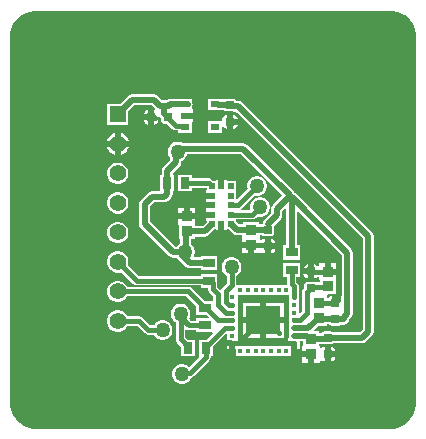
<source format=gtl>
G04*
G04 #@! TF.GenerationSoftware,Altium Limited,Altium Designer,25.8.1 (18)*
G04*
G04 Layer_Physical_Order=1*
G04 Layer_Color=255*
%FSLAX25Y25*%
%MOIN*%
G70*
G04*
G04 #@! TF.SameCoordinates,43C0CF26-5D00-403A-8535-6070E817F6AF*
G04*
G04*
G04 #@! TF.FilePolarity,Positive*
G04*
G01*
G75*
%ADD16R,0.03150X0.02362*%
%ADD17R,0.01800X0.01400*%
%ADD18R,0.01968X0.01968*%
%ADD19R,0.03740X0.03740*%
G04:AMPARAMS|DCode=20|XSize=29.92mil|YSize=26mil|CornerRadius=3.25mil|HoleSize=0mil|Usage=FLASHONLY|Rotation=0.000|XOffset=0mil|YOffset=0mil|HoleType=Round|Shape=RoundedRectangle|*
%AMROUNDEDRECTD20*
21,1,0.02992,0.01950,0,0,0.0*
21,1,0.02342,0.02600,0,0,0.0*
1,1,0.00650,0.01171,-0.00975*
1,1,0.00650,-0.01171,-0.00975*
1,1,0.00650,-0.01171,0.00975*
1,1,0.00650,0.01171,0.00975*
%
%ADD20ROUNDEDRECTD20*%
G04:AMPARAMS|DCode=21|XSize=29.92mil|YSize=26mil|CornerRadius=3.25mil|HoleSize=0mil|Usage=FLASHONLY|Rotation=270.000|XOffset=0mil|YOffset=0mil|HoleType=Round|Shape=RoundedRectangle|*
%AMROUNDEDRECTD21*
21,1,0.02992,0.01950,0,0,270.0*
21,1,0.02342,0.02600,0,0,270.0*
1,1,0.00650,-0.00975,-0.01171*
1,1,0.00650,-0.00975,0.01171*
1,1,0.00650,0.00975,0.01171*
1,1,0.00650,0.00975,-0.01171*
%
%ADD21ROUNDEDRECTD21*%
%ADD22R,0.03150X0.03937*%
%ADD23R,0.03937X0.03150*%
%ADD24R,0.01400X0.01800*%
%ADD28R,0.11800X0.09800*%
%ADD33C,0.05512*%
%ADD34R,0.05512X0.05512*%
%ADD37C,0.02000*%
%ADD38C,0.01500*%
%ADD39C,0.05000*%
%ADD40C,0.20000*%
G36*
X234861Y309190D02*
X236462Y308527D01*
X237902Y307564D01*
X239127Y306339D01*
X240090Y304899D01*
X240753Y303298D01*
X241091Y301599D01*
Y300732D01*
Y179000D01*
Y178134D01*
X240753Y176434D01*
X240090Y174834D01*
X239127Y173393D01*
X237902Y172168D01*
X236462Y171205D01*
X234861Y170542D01*
X233162Y170204D01*
X113634D01*
X111934Y170542D01*
X110334Y171205D01*
X108893Y172168D01*
X107668Y173393D01*
X106705Y174834D01*
X106042Y176434D01*
X105704Y178134D01*
Y179000D01*
Y300732D01*
Y301599D01*
X106042Y303298D01*
X106705Y304899D01*
X107668Y306339D01*
X108893Y307564D01*
X110334Y308527D01*
X111934Y309190D01*
X113634Y309528D01*
X233162D01*
X234861Y309190D01*
D02*
G37*
%LPC*%
G36*
X153696Y281578D02*
X153696Y281578D01*
X146390D01*
X145692Y281440D01*
X145101Y281045D01*
X145101Y281045D01*
X142549Y278492D01*
X138039D01*
Y271406D01*
X145126D01*
Y275915D01*
X147145Y277934D01*
X152941D01*
X154065Y276810D01*
X153892Y276488D01*
X153744Y276517D01*
Y274000D01*
Y271483D01*
X154236Y271581D01*
X154674Y271874D01*
X154967Y272312D01*
X155070Y272829D01*
Y274393D01*
X155391Y274458D01*
X155420Y274451D01*
X155808Y273871D01*
X155967Y273711D01*
X156147Y273591D01*
Y272829D01*
X156233Y272395D01*
X156479Y272027D01*
X156847Y271781D01*
X157281Y271695D01*
X158148D01*
X159760Y270082D01*
X160269Y269743D01*
X160869Y269623D01*
X161618D01*
Y268791D01*
X166342D01*
Y272319D01*
X166555D01*
Y273500D01*
X163980D01*
Y275500D01*
X166555D01*
Y276681D01*
X166342D01*
Y277512D01*
X166428Y277640D01*
X166548Y278240D01*
X166428Y278840D01*
X166342Y278969D01*
Y280209D01*
X161618D01*
Y280063D01*
X158981D01*
X158981Y280063D01*
X158284Y279924D01*
X157902Y279668D01*
X156361D01*
X154985Y281045D01*
X154393Y281440D01*
X153696Y281578D01*
D02*
G37*
G36*
X151744Y276517D02*
X151252Y276419D01*
X150814Y276126D01*
X150521Y275688D01*
X150418Y275171D01*
Y275000D01*
X151744D01*
Y276517D01*
D02*
G37*
G36*
X180171Y274826D02*
X180000D01*
Y273500D01*
X181517D01*
X181419Y273992D01*
X181126Y274430D01*
X180688Y274723D01*
X180171Y274826D01*
D02*
G37*
G36*
X151744Y273000D02*
X150418D01*
Y272829D01*
X150521Y272312D01*
X150814Y271874D01*
X151252Y271581D01*
X151744Y271483D01*
Y273000D01*
D02*
G37*
G36*
X181517Y271500D02*
X180000D01*
Y270174D01*
X180171D01*
X180688Y270277D01*
X181126Y270570D01*
X181419Y271008D01*
X181517Y271500D01*
D02*
G37*
G36*
X178000Y274826D02*
X177829D01*
X177312Y274723D01*
X176874Y274430D01*
X176581Y273992D01*
X176478Y273475D01*
Y273039D01*
X176382Y272728D01*
X176128Y272728D01*
X171658D01*
Y268791D01*
X176382D01*
Y270676D01*
X176732Y270782D01*
X176874Y270570D01*
X177312Y270277D01*
X177829Y270174D01*
X178000D01*
Y272500D01*
Y274826D01*
D02*
G37*
G36*
X142583Y268727D02*
Y266106D01*
X145203D01*
X145083Y266556D01*
X144588Y267412D01*
X143889Y268112D01*
X143032Y268606D01*
X142583Y268727D01*
D02*
G37*
G36*
X140583D02*
X140133Y268606D01*
X139277Y268112D01*
X138577Y267412D01*
X138083Y266556D01*
X137962Y266106D01*
X140583D01*
Y268727D01*
D02*
G37*
G36*
X145203Y264106D02*
X142583D01*
Y261486D01*
X143032Y261606D01*
X143889Y262101D01*
X144588Y262800D01*
X145083Y263657D01*
X145203Y264106D01*
D02*
G37*
G36*
X140583D02*
X137962D01*
X138083Y263657D01*
X138577Y262800D01*
X139277Y262101D01*
X140133Y261606D01*
X140583Y261486D01*
Y264106D01*
D02*
G37*
G36*
X142049Y258807D02*
X141116D01*
X140215Y258566D01*
X139407Y258099D01*
X138747Y257439D01*
X138281Y256631D01*
X138039Y255730D01*
Y254797D01*
X138281Y253896D01*
X138747Y253088D01*
X139407Y252428D01*
X140215Y251962D01*
X141116Y251720D01*
X142049D01*
X142950Y251962D01*
X143758Y252428D01*
X144418Y253088D01*
X144885Y253896D01*
X145126Y254797D01*
Y255730D01*
X144885Y256631D01*
X144418Y257439D01*
X143758Y258099D01*
X142950Y258566D01*
X142049Y258807D01*
D02*
G37*
G36*
Y248965D02*
X141116D01*
X140215Y248723D01*
X139407Y248257D01*
X138747Y247597D01*
X138281Y246789D01*
X138039Y245888D01*
Y244955D01*
X138281Y244054D01*
X138747Y243246D01*
X139407Y242586D01*
X140215Y242119D01*
X141116Y241878D01*
X142049D01*
X142950Y242119D01*
X143758Y242586D01*
X144418Y243246D01*
X144885Y244054D01*
X145126Y244955D01*
Y245888D01*
X144885Y246789D01*
X144418Y247597D01*
X143758Y248257D01*
X142950Y248723D01*
X142049Y248965D01*
D02*
G37*
G36*
Y239122D02*
X141116D01*
X140215Y238881D01*
X139407Y238414D01*
X138747Y237754D01*
X138281Y236946D01*
X138039Y236045D01*
Y235112D01*
X138281Y234211D01*
X138747Y233403D01*
X139407Y232743D01*
X140215Y232277D01*
X141116Y232035D01*
X142049D01*
X142950Y232277D01*
X143758Y232743D01*
X144418Y233403D01*
X144885Y234211D01*
X145126Y235112D01*
Y236045D01*
X144885Y236946D01*
X144418Y237754D01*
X143758Y238414D01*
X142950Y238881D01*
X142049Y239122D01*
D02*
G37*
G36*
X192671Y233326D02*
X192500D01*
Y232000D01*
X194017D01*
X193919Y232492D01*
X193626Y232930D01*
X193188Y233223D01*
X192671Y233326D01*
D02*
G37*
G36*
X194017Y230000D02*
X192500D01*
Y228674D01*
X192671D01*
X193188Y228777D01*
X193626Y229070D01*
X193919Y229508D01*
X194017Y230000D01*
D02*
G37*
G36*
X185000Y230500D02*
X183130D01*
Y228630D01*
X185000D01*
Y230500D01*
D02*
G37*
G36*
X205000Y224917D02*
X204829D01*
X204312Y224814D01*
X203874Y224521D01*
X203581Y224082D01*
X203483Y223591D01*
X205000D01*
Y224917D01*
D02*
G37*
G36*
X214370Y225370D02*
X212500D01*
Y223500D01*
X214370D01*
Y225370D01*
D02*
G37*
G36*
X205000Y221591D02*
X203483D01*
X203581Y221099D01*
X203874Y220660D01*
X204312Y220367D01*
X204829Y220265D01*
X205000D01*
Y221591D01*
D02*
G37*
G36*
X176382Y280209D02*
X171658D01*
Y276272D01*
X176382D01*
Y276304D01*
X176981D01*
X177027Y276235D01*
X177395Y275989D01*
X177829Y275903D01*
X179345D01*
X179412Y275889D01*
X179623D01*
X180184Y275778D01*
X180184Y275778D01*
X181022D01*
X223178Y233622D01*
Y203255D01*
X222257Y202334D01*
X213405D01*
X213105Y202535D01*
X212671Y202621D01*
X210329D01*
X209895Y202535D01*
X209527Y202289D01*
X209360Y202039D01*
X208658D01*
Y202579D01*
X207035D01*
X206901Y202902D01*
X208420Y204421D01*
X211157D01*
Y205006D01*
X211890D01*
X212027Y204802D01*
X212395Y204556D01*
X212829Y204470D01*
X215171D01*
X215605Y204556D01*
X215905Y204756D01*
X216846D01*
X217544Y204895D01*
X218135Y205290D01*
X218530Y205881D01*
X218669Y206579D01*
Y206591D01*
X219289Y207211D01*
X219289Y207211D01*
X219684Y207803D01*
X219822Y208500D01*
Y228884D01*
X219822Y228884D01*
X219684Y229581D01*
X219289Y230172D01*
X219289Y230172D01*
X200832Y248629D01*
X200471Y248870D01*
X200231Y249231D01*
X184672Y264789D01*
X184081Y265184D01*
X183384Y265322D01*
X183384Y265322D01*
X163312D01*
X163218Y265304D01*
X162769Y265563D01*
X161933Y265787D01*
X161067D01*
X160231Y265563D01*
X159482Y265131D01*
X158869Y264518D01*
X158437Y263769D01*
X158213Y262933D01*
Y262067D01*
X158437Y261231D01*
X158869Y260482D01*
X159078Y260273D01*
Y259655D01*
X156806Y257383D01*
X156411Y256792D01*
X156272Y256095D01*
X156272Y256094D01*
Y254756D01*
X155732D01*
Y249260D01*
X152938D01*
X152938Y249260D01*
X152240Y249121D01*
X151649Y248726D01*
X151649Y248726D01*
X149211Y246289D01*
X148816Y245697D01*
X148678Y245000D01*
X148678Y245000D01*
Y238500D01*
X148678Y238500D01*
X148816Y237803D01*
X149211Y237211D01*
X158711Y227711D01*
X158711Y227711D01*
X159303Y227316D01*
X160000Y227178D01*
X160000Y227178D01*
X161256D01*
X161369Y226981D01*
X161981Y226369D01*
X162127Y226286D01*
X162443Y225970D01*
X162443Y225969D01*
X164295Y224117D01*
X164295Y224117D01*
X164887Y223722D01*
X165584Y223583D01*
X165584Y223583D01*
X169244D01*
Y223043D01*
X174756D01*
Y227768D01*
X169244D01*
Y227228D01*
X167123D01*
X166948Y227531D01*
X167063Y227731D01*
X167287Y228567D01*
Y229433D01*
X167063Y230269D01*
X166631Y231018D01*
X166072Y231577D01*
Y233343D01*
X167157D01*
Y234178D01*
X170650D01*
X170650Y234178D01*
X171347Y234316D01*
X171938Y234711D01*
X173806Y236579D01*
X174165D01*
Y236366D01*
X175150D01*
Y238350D01*
X177150D01*
Y236366D01*
X178134D01*
Y236579D01*
X178494D01*
X179940Y235133D01*
X179940Y235133D01*
X180531Y234738D01*
X181228Y234599D01*
X181228Y234599D01*
X182875D01*
X183130Y234370D01*
Y232500D01*
X186000D01*
Y231500D01*
X187000D01*
Y228630D01*
X188870D01*
Y229193D01*
X189220Y229300D01*
X189374Y229070D01*
X189812Y228777D01*
X190329Y228674D01*
X190500D01*
Y231000D01*
Y233326D01*
X190329D01*
X189812Y233223D01*
X189374Y232930D01*
X189220Y232700D01*
X188870Y232807D01*
Y234370D01*
X189053Y234644D01*
X189663D01*
X189895Y234489D01*
X190329Y234403D01*
X192671D01*
X193105Y234489D01*
X193473Y234735D01*
X193719Y235103D01*
X193805Y235537D01*
Y237487D01*
X193733Y237852D01*
X195924Y240043D01*
X195924Y240043D01*
X196319Y240634D01*
X196458Y241331D01*
X196458Y241331D01*
Y242793D01*
X197354Y243690D01*
X197678Y243556D01*
Y231268D01*
X196744D01*
Y226543D01*
X202256D01*
Y231268D01*
X201322D01*
Y242527D01*
X201646Y242661D01*
X216178Y228129D01*
Y214407D01*
X215828Y214220D01*
X215688Y214314D01*
X215171Y214417D01*
X215000D01*
Y212091D01*
X213000D01*
Y214417D01*
X212829D01*
X212312Y214314D01*
X211874Y214021D01*
X211720Y213791D01*
X211370Y213897D01*
Y214870D01*
X211699Y214921D01*
X214158D01*
Y219630D01*
X214370D01*
Y221500D01*
X211500D01*
Y222500D01*
X210500D01*
Y225370D01*
X208630D01*
Y224397D01*
X208280Y224291D01*
X208126Y224521D01*
X207688Y224814D01*
X207171Y224917D01*
X207000D01*
Y222591D01*
Y220265D01*
X207171D01*
X207688Y220367D01*
X208126Y220660D01*
X208280Y220890D01*
X208630Y220784D01*
Y219630D01*
X208842D01*
Y218896D01*
X207912D01*
X207605Y219102D01*
X207171Y219188D01*
X204829D01*
X204395Y219102D01*
X204027Y218856D01*
X203781Y218488D01*
X203695Y218054D01*
Y216990D01*
X203392Y216687D01*
X203052Y216179D01*
X202933Y215579D01*
Y209228D01*
X202320Y208615D01*
X201996Y208749D01*
Y212440D01*
Y215414D01*
X201876D01*
Y217672D01*
X201757Y218271D01*
X201417Y218780D01*
X201067Y219130D01*
Y220638D01*
X202256D01*
Y225362D01*
X196744D01*
Y220638D01*
X197933D01*
Y218481D01*
X197937Y218458D01*
X197715Y218187D01*
X181068D01*
Y221109D01*
X181518Y221369D01*
X182131Y221982D01*
X182563Y222731D01*
X182787Y223567D01*
Y224433D01*
X182563Y225269D01*
X182131Y226019D01*
X181518Y226631D01*
X180769Y227063D01*
X179933Y227287D01*
X179067D01*
X178231Y227063D01*
X177481Y226631D01*
X176869Y226019D01*
X176437Y225269D01*
X176213Y224433D01*
Y223567D01*
X176437Y222731D01*
X176869Y221982D01*
X177481Y221369D01*
X177933Y221109D01*
Y218649D01*
X176392Y217108D01*
X176076Y216636D01*
X175979Y216583D01*
X175699Y216518D01*
X174756Y217461D01*
Y221862D01*
X169244D01*
Y221068D01*
X148468D01*
X144944Y224591D01*
X145126Y225270D01*
Y226203D01*
X144885Y227104D01*
X144418Y227912D01*
X143758Y228572D01*
X142950Y229038D01*
X142049Y229279D01*
X141116D01*
X140215Y229038D01*
X139407Y228572D01*
X138747Y227912D01*
X138281Y227104D01*
X138039Y226203D01*
Y225270D01*
X138281Y224369D01*
X138747Y223561D01*
X139407Y222901D01*
X140215Y222434D01*
X141116Y222193D01*
X142049D01*
X142727Y222375D01*
X146711Y218392D01*
X147219Y218052D01*
X147819Y217933D01*
X169244D01*
Y217138D01*
X171607D01*
Y216825D01*
X171727Y216225D01*
X172066Y215717D01*
X173433Y214351D01*
Y213139D01*
X173256Y212862D01*
X170355D01*
X166215Y217002D01*
X165706Y217342D01*
X165106Y217461D01*
X144769D01*
X144418Y218069D01*
X143758Y218729D01*
X142950Y219196D01*
X142049Y219437D01*
X141116D01*
X140215Y219196D01*
X139407Y218729D01*
X138747Y218069D01*
X138281Y217261D01*
X138039Y216360D01*
Y215427D01*
X138281Y214526D01*
X138747Y213718D01*
X139407Y213058D01*
X140215Y212592D01*
X141116Y212350D01*
X142049D01*
X142950Y212592D01*
X143758Y213058D01*
X144418Y213718D01*
X144769Y214326D01*
X164457D01*
X167744Y211039D01*
Y208138D01*
X171039D01*
X171897Y207280D01*
X171763Y206957D01*
X167744D01*
Y206162D01*
X166002D01*
X165799Y206365D01*
X165586Y206683D01*
X165371Y206898D01*
X165563Y207231D01*
X165787Y208067D01*
Y208933D01*
X165563Y209769D01*
X165131Y210519D01*
X164518Y211131D01*
X163769Y211563D01*
X162933Y211787D01*
X162067D01*
X161231Y211563D01*
X160482Y211131D01*
X159869Y210519D01*
X159437Y209769D01*
X159213Y208933D01*
Y208067D01*
X159437Y207231D01*
X159869Y206482D01*
X160482Y205869D01*
X160933Y205609D01*
Y199941D01*
X161052Y199341D01*
X161392Y198832D01*
X162685Y197539D01*
Y194244D01*
X167409D01*
Y199756D01*
X164902D01*
X164067Y200590D01*
Y203183D01*
X164418Y203370D01*
X164753Y203146D01*
X165353Y203027D01*
X167744D01*
Y202232D01*
X172975D01*
X173080Y202232D01*
X173224Y201882D01*
X171098Y199756D01*
X168591D01*
Y194244D01*
X168617D01*
X168751Y193921D01*
X165393Y190563D01*
X164910Y191047D01*
X164160Y191480D01*
X163324Y191704D01*
X162459D01*
X161622Y191480D01*
X160873Y191047D01*
X160261Y190435D01*
X159828Y189685D01*
X159604Y188849D01*
Y187983D01*
X159828Y187147D01*
X160261Y186398D01*
X160873Y185786D01*
X161622Y185353D01*
X162459Y185129D01*
X163324D01*
X164160Y185353D01*
X164910Y185786D01*
X165522Y186398D01*
X165955Y187147D01*
X165974Y187218D01*
X166398Y187302D01*
X166906Y187642D01*
X172061Y192797D01*
X172401Y193306D01*
X172520Y193905D01*
Y194244D01*
X173315D01*
Y197539D01*
X177772Y201996D01*
X178122Y201851D01*
Y200273D01*
X177909D01*
Y199573D01*
X179809D01*
Y198573D01*
X180809D01*
Y196873D01*
X180895D01*
Y194313D01*
X199223D01*
Y196873D01*
X199309D01*
Y198573D01*
X201309D01*
Y196873D01*
X202209D01*
Y199310D01*
X203343D01*
Y197870D01*
X203130D01*
Y196000D01*
X206000D01*
Y195000D01*
X207000D01*
Y192130D01*
X208870D01*
Y193193D01*
X209220Y193300D01*
X209374Y193070D01*
X209812Y192777D01*
X210329Y192674D01*
X210500D01*
Y195000D01*
Y197326D01*
X210329D01*
X209812Y197223D01*
X209374Y196930D01*
X209220Y196700D01*
X208870Y196807D01*
Y197870D01*
X208658D01*
Y198394D01*
X211205D01*
X211247Y198403D01*
X212671D01*
X213105Y198489D01*
X213405Y198689D01*
X223012D01*
X223012Y198689D01*
X223709Y198828D01*
X224301Y199223D01*
X226289Y201211D01*
X226289Y201211D01*
X226684Y201803D01*
X226822Y202500D01*
X226822Y202500D01*
Y234377D01*
X226822Y234377D01*
X226684Y235074D01*
X226289Y235666D01*
X226289Y235666D01*
X183065Y278889D01*
X182474Y279284D01*
X181777Y279423D01*
X181777Y279423D01*
X181218D01*
X180973Y279789D01*
X180605Y280035D01*
X180171Y280121D01*
X177829D01*
X177395Y280035D01*
X177266Y279948D01*
X176382D01*
Y280209D01*
D02*
G37*
G36*
X142049Y209594D02*
X141116D01*
X140215Y209353D01*
X139407Y208887D01*
X138747Y208227D01*
X138281Y207419D01*
X138039Y206518D01*
Y205585D01*
X138281Y204683D01*
X138747Y203875D01*
X139407Y203216D01*
X140215Y202749D01*
X141116Y202508D01*
X142049D01*
X142950Y202749D01*
X143758Y203216D01*
X144418Y203875D01*
X144769Y204484D01*
X148101D01*
X150693Y201892D01*
X151201Y201552D01*
X151801Y201432D01*
X153609D01*
X153869Y200981D01*
X154481Y200369D01*
X155231Y199937D01*
X156067Y199713D01*
X156933D01*
X157769Y199937D01*
X158519Y200369D01*
X159131Y200981D01*
X159563Y201731D01*
X159787Y202567D01*
Y203433D01*
X159563Y204269D01*
X159131Y205018D01*
X158519Y205631D01*
X157769Y206063D01*
X156933Y206287D01*
X156067D01*
X155231Y206063D01*
X154481Y205631D01*
X153869Y205018D01*
X153609Y204568D01*
X152451D01*
X149859Y207160D01*
X149350Y207499D01*
X148750Y207619D01*
X144769D01*
X144418Y208227D01*
X143758Y208887D01*
X142950Y209353D01*
X142049Y209594D01*
D02*
G37*
G36*
X178809Y197573D02*
X177909D01*
Y196873D01*
X178809D01*
Y197573D01*
D02*
G37*
G36*
X212671Y197326D02*
X212500D01*
Y196000D01*
X214017D01*
X213919Y196492D01*
X213626Y196930D01*
X213188Y197223D01*
X212671Y197326D01*
D02*
G37*
G36*
X214017Y194000D02*
X212500D01*
Y192674D01*
X212671D01*
X213188Y192777D01*
X213626Y193070D01*
X213919Y193508D01*
X214017Y194000D01*
D02*
G37*
G36*
X205000D02*
X203130D01*
Y192130D01*
X205000D01*
Y194000D01*
D02*
G37*
%LPD*%
G36*
X196408Y247898D02*
X193346Y244837D01*
X192951Y244246D01*
X192813Y243548D01*
X192813Y243548D01*
Y242086D01*
X190385Y239659D01*
X189990Y239067D01*
X189882Y238526D01*
X189527Y238289D01*
X188657D01*
Y239079D01*
X183343D01*
Y238244D01*
X181983D01*
X181071Y239156D01*
Y239932D01*
X186409D01*
X187009Y240052D01*
X187517Y240392D01*
X187992Y240867D01*
X188567Y240713D01*
X189433D01*
X190269Y240937D01*
X191018Y241369D01*
X191631Y241982D01*
X192063Y242731D01*
X192287Y243567D01*
Y244433D01*
X192063Y245269D01*
X191631Y246019D01*
X191018Y246631D01*
X190269Y247063D01*
X189433Y247287D01*
X188567D01*
X187731Y247063D01*
X186981Y246631D01*
X186369Y246019D01*
X185937Y245269D01*
X185713Y244433D01*
Y243567D01*
X185753Y243418D01*
X185484Y243068D01*
X182679D01*
X182573Y243418D01*
X182758Y243541D01*
X187064Y247847D01*
X187567Y247713D01*
X188433D01*
X189269Y247937D01*
X190018Y248369D01*
X190631Y248981D01*
X191063Y249731D01*
X191287Y250567D01*
Y251433D01*
X191063Y252269D01*
X190631Y253018D01*
X190018Y253631D01*
X189269Y254063D01*
X188433Y254287D01*
X187567D01*
X186731Y254063D01*
X185982Y253631D01*
X185369Y253018D01*
X184937Y252269D01*
X184713Y251433D01*
Y250567D01*
X184847Y250064D01*
X181394Y246611D01*
X181071Y246745D01*
Y249177D01*
Y252720D01*
X178134D01*
Y252933D01*
X177150D01*
Y250949D01*
X175150D01*
Y252933D01*
X174165D01*
Y252720D01*
X173445D01*
X173057Y253108D01*
X172549Y253448D01*
X171949Y253568D01*
X166362D01*
Y254756D01*
X161638D01*
Y249244D01*
X166362D01*
Y250432D01*
X171228D01*
Y249783D01*
X171016D01*
Y248799D01*
X173000D01*
Y246799D01*
X171016D01*
Y245815D01*
Y245650D01*
X173000D01*
Y243650D01*
X171016D01*
Y242665D01*
Y242500D01*
X173000D01*
Y240500D01*
X171016D01*
Y239516D01*
X171228D01*
Y239156D01*
X169895Y237822D01*
X167625D01*
X167370Y238051D01*
Y239921D01*
X164500D01*
X161630D01*
Y238051D01*
X161843D01*
Y233343D01*
X162428D01*
Y231888D01*
X161981Y231631D01*
X161369Y231018D01*
X161256Y230822D01*
X160755D01*
X152322Y239255D01*
Y244245D01*
X153692Y245615D01*
X157027D01*
X157027Y245615D01*
X157724Y245754D01*
X158316Y246149D01*
X159383Y247217D01*
X159383Y247217D01*
X159778Y247808D01*
X159917Y248505D01*
X159917Y248505D01*
Y249244D01*
X160457D01*
Y254756D01*
X159917D01*
Y255340D01*
X162189Y257611D01*
X162584Y258203D01*
X162722Y258900D01*
X162722Y258900D01*
Y259424D01*
X162769Y259437D01*
X163519Y259869D01*
X164131Y260482D01*
X164563Y261231D01*
X164683Y261678D01*
X182629D01*
X196408Y247898D01*
D02*
G37*
G36*
X198622Y209881D02*
Y207322D01*
Y204370D01*
X198487Y203691D01*
X198622Y203012D01*
Y201811D01*
X198487Y201132D01*
X198588Y200623D01*
X198409Y200273D01*
X198409D01*
Y197687D01*
X181709D01*
Y200273D01*
X181496D01*
Y204763D01*
Y207322D01*
Y209881D01*
Y214813D01*
X198622D01*
Y209881D01*
D02*
G37*
%LPC*%
G36*
X167370Y243791D02*
X165500D01*
Y241921D01*
X167370D01*
Y243791D01*
D02*
G37*
G36*
X163500D02*
X161630D01*
Y241921D01*
X163500D01*
Y243791D01*
D02*
G37*
G36*
X196959Y212150D02*
X191059D01*
Y207250D01*
X196959D01*
Y212150D01*
D02*
G37*
G36*
X189059D02*
X183159D01*
Y207250D01*
X189059D01*
Y212150D01*
D02*
G37*
G36*
X196959Y205250D02*
X191059D01*
Y200350D01*
X196959D01*
Y205250D01*
D02*
G37*
G36*
X189059D02*
X183159D01*
Y200350D01*
X189059D01*
Y205250D01*
D02*
G37*
%LPD*%
D16*
X174020Y278240D02*
D03*
Y270760D02*
D03*
X163980D02*
D03*
Y274500D02*
D03*
Y278240D02*
D03*
D17*
X179809Y198573D02*
D03*
X200309D02*
D03*
Y203691D02*
D03*
Y201132D02*
D03*
Y206250D02*
D03*
Y208809D02*
D03*
Y211368D02*
D03*
Y213927D02*
D03*
X179809D02*
D03*
Y211368D02*
D03*
Y208809D02*
D03*
Y206250D02*
D03*
Y203691D02*
D03*
Y201132D02*
D03*
D18*
X176150Y238350D02*
D03*
X173000Y247799D02*
D03*
Y241500D02*
D03*
Y244650D02*
D03*
X176150Y250949D02*
D03*
X173000Y238350D02*
D03*
X179299D02*
D03*
Y241500D02*
D03*
Y244650D02*
D03*
Y247799D02*
D03*
Y250949D02*
D03*
X173000D02*
D03*
D19*
X164500Y240921D02*
D03*
X186000Y231500D02*
D03*
X206000Y195000D02*
D03*
X208500Y212000D02*
D03*
X211500Y222500D02*
D03*
X164500Y236000D02*
D03*
X208500Y207079D02*
D03*
X186000Y236421D02*
D03*
X211500Y217579D02*
D03*
X206000Y199921D02*
D03*
D20*
X191500Y231000D02*
D03*
X211500Y195000D02*
D03*
X214000Y212091D02*
D03*
X206000Y222591D02*
D03*
X179000Y272500D02*
D03*
X214000Y206579D02*
D03*
X191500Y236512D02*
D03*
X179000Y278012D02*
D03*
X206000Y217079D02*
D03*
X211500Y200512D02*
D03*
D21*
X152744Y274000D02*
D03*
X158256D02*
D03*
D22*
X158095Y252000D02*
D03*
X165047Y197000D02*
D03*
X164000Y252000D02*
D03*
X170953Y197000D02*
D03*
D23*
X170500Y204594D02*
D03*
X172000Y225406D02*
D03*
X199500Y228906D02*
D03*
Y223000D02*
D03*
X170500Y210500D02*
D03*
X172000Y219500D02*
D03*
D24*
X197736Y216500D02*
D03*
X195177D02*
D03*
X192618D02*
D03*
X190059D02*
D03*
X187500D02*
D03*
X184941D02*
D03*
X182382D02*
D03*
Y196000D02*
D03*
X184941D02*
D03*
X187500D02*
D03*
X190059D02*
D03*
X192618D02*
D03*
X195177D02*
D03*
X197736D02*
D03*
D28*
X190059Y206250D02*
D03*
D33*
X141583Y265106D02*
D03*
Y255264D02*
D03*
Y245421D02*
D03*
Y235579D02*
D03*
Y225736D02*
D03*
Y215894D02*
D03*
Y206051D02*
D03*
D34*
Y274949D02*
D03*
D37*
X194635Y241331D02*
Y243548D01*
X198942Y247855D01*
X191674Y238370D02*
X194635Y241331D01*
X150500Y238500D02*
X160000Y229000D01*
X162857Y228132D02*
X163732Y227258D01*
X160000Y229000D02*
X164000D01*
X164500Y228500D01*
X164250Y235750D02*
X164500Y236000D01*
X164000Y229000D02*
X164250Y229250D01*
X164500Y227000D02*
Y228500D01*
X164250Y229250D02*
Y235750D01*
X163732Y227258D02*
X165584Y225406D01*
X172000D01*
X157097Y275159D02*
X157256Y275000D01*
X157097Y275159D02*
Y277846D01*
X158587D01*
X158981Y278240D01*
X153696Y279756D02*
X155606Y277846D01*
X157097D01*
X150500Y238500D02*
Y245000D01*
X152938Y247438D01*
X157027D01*
X158095Y248505D01*
Y252000D01*
X183384Y263500D02*
X198942Y247942D01*
X162312Y262500D02*
X163312Y263500D01*
X183384D01*
X161500Y262500D02*
X162312D01*
X181777Y277600D02*
X225000Y234377D01*
Y202500D02*
Y234377D01*
X158095Y256095D02*
X160900Y258900D01*
X158095Y252000D02*
Y256095D01*
X160900Y258900D02*
Y261900D01*
X141583Y274949D02*
X146390Y279756D01*
X153696D01*
X200309Y203691D02*
X205112D01*
X208500Y207079D01*
X208750Y206829D02*
X213750D01*
X214000Y206579D02*
X216846D01*
Y207346D01*
X218000Y208500D01*
X181228Y236421D02*
X186000D01*
X179299Y238350D02*
X181228Y236421D01*
X186045Y236467D02*
X191455D01*
X158981Y278240D02*
X163980D01*
X164500Y236000D02*
X170650D01*
X173000Y238350D01*
X218000Y208500D02*
Y228884D01*
X199543Y247340D02*
X218000Y228884D01*
X199500Y228906D02*
Y247297D01*
X179412Y277712D02*
X180073D01*
X180184Y277600D01*
X175134Y278126D02*
X179000D01*
X180184Y277600D02*
X181777D01*
X223012Y200512D02*
X225000Y202500D01*
X211500Y200512D02*
X223012D01*
X206295Y200217D02*
X211205D01*
X200309Y201132D02*
X204789D01*
D38*
X157256Y274804D02*
Y275000D01*
Y274804D02*
X160869Y271191D01*
X163549D01*
X147819Y219500D02*
X172000D01*
X141583Y225736D02*
X142319Y225000D01*
X141583Y225736D02*
X147819Y219500D01*
X172000D02*
X172350D01*
X188909Y244000D02*
X189000D01*
X186409Y241500D02*
X188909Y244000D01*
X179299Y241500D02*
X186409D01*
X181650Y244650D02*
X188000Y251000D01*
X179299Y244650D02*
X181650D01*
X191674Y236685D02*
Y238370D01*
X191455Y236467D02*
X191674Y236685D01*
X163226Y188751D02*
X165798D01*
X170953Y193905D01*
X162891Y188416D02*
X163226Y188751D01*
X186000Y231500D02*
X186250Y231250D01*
X191250D01*
X191500Y231000D01*
X141583Y265106D02*
X141779Y265303D01*
X208500Y212000D02*
X208545Y212045D01*
X214151D01*
X214746Y212641D01*
Y212929D02*
X215000Y213182D01*
X214746Y212641D02*
Y212929D01*
X215000Y213182D02*
Y227053D01*
X206000Y222591D02*
X206045Y222545D01*
X211455D02*
X211500Y222500D01*
X206045Y222545D02*
X211455D01*
X208491Y230009D02*
X208547Y229953D01*
X207850Y230009D02*
X208491D01*
X211500Y222500D02*
X211718Y222718D01*
Y226782D01*
X208547Y229953D02*
X211718Y226782D01*
X208547Y229953D02*
X212100D01*
X215000Y227053D01*
X153744Y274000D02*
X153872Y273872D01*
X164852Y274372D02*
X164980Y274500D01*
X179809Y198573D02*
X182927D01*
X183601Y199247D01*
Y200792D01*
X189059Y206250D01*
X190059D01*
X198309Y198573D02*
X200309D01*
X191059Y206250D02*
X195209Y202100D01*
X190059Y206250D02*
X191059D01*
X160900Y261900D02*
X161500Y262500D01*
X165047Y197000D02*
Y197394D01*
X208500Y207079D02*
X208750Y206829D01*
X209000Y207079D02*
X209398Y206681D01*
X213750Y206829D02*
X214000Y206579D01*
X186000Y236421D02*
X186045Y236467D01*
X163549Y271191D02*
X163980Y270760D01*
X164587Y278240D02*
X164980D01*
X198942Y247855D02*
X199500Y247297D01*
X198942Y247855D02*
Y247942D01*
X165353Y204594D02*
X170500D01*
X164478Y205469D02*
X165353Y204594D01*
X164478Y205469D02*
Y205575D01*
X162500Y207447D02*
Y208500D01*
X162606Y207447D02*
X164478Y205575D01*
X162500Y207447D02*
X162606D01*
X162500Y199941D02*
Y207447D01*
Y199941D02*
X165047Y197394D01*
X148750Y206051D02*
X151801Y203000D01*
X156500D01*
X141583Y206051D02*
X148750D01*
X175020Y278240D02*
X175134Y278126D01*
X179000Y278012D02*
X179412Y277600D01*
X170500Y210500D02*
X170894D01*
X175144Y206250D01*
X179809D01*
X170953Y197000D02*
Y197394D01*
X177250Y203691D01*
X179809D01*
X179759Y211418D02*
X179809Y211368D01*
X178582Y211418D02*
X179759D01*
X177500Y212500D02*
X178582Y211418D01*
X177500Y212500D02*
Y216000D01*
X179500Y218000D01*
Y224000D01*
X172350Y219500D02*
X173175Y218675D01*
Y216825D02*
Y218675D01*
Y216825D02*
X175000Y215000D01*
Y211500D02*
Y215000D01*
Y211500D02*
X177691Y208809D01*
X179809D01*
X200309Y213927D02*
Y217672D01*
X199500Y218481D02*
X200309Y217672D01*
X199500Y218481D02*
Y223000D01*
X206000Y199921D02*
X206295Y200217D01*
X211205D02*
X211500Y200512D01*
X204789Y201132D02*
X206000Y199921D01*
X202221Y206300D02*
X204500Y208579D01*
X200359Y206300D02*
X202221D01*
X200309Y206250D02*
X200359Y206300D01*
X205254Y216529D02*
X205804Y217079D01*
X204500Y215579D02*
X205254Y216333D01*
X204500Y208579D02*
Y215579D01*
X205804Y217079D02*
X206000D01*
X205254Y216333D02*
Y216529D01*
X206000Y217079D02*
X206250Y217329D01*
X141583Y215894D02*
X165106D01*
X140155D02*
X141583D01*
X165106D02*
X170500Y210500D01*
X170953Y193905D02*
Y197000D01*
X171949Y252000D02*
X173000Y250949D01*
X164000Y252000D02*
X171949D01*
X206250Y217329D02*
X211250D01*
X211500Y217579D01*
D39*
X164000Y229000D02*
D03*
X157677Y239677D02*
D03*
X176500Y258000D02*
D03*
X189000Y244000D02*
D03*
X188000Y251000D02*
D03*
X189500Y224500D02*
D03*
X207850Y230009D02*
D03*
X161500Y262500D02*
D03*
X162500Y208500D02*
D03*
X156500Y203000D02*
D03*
X162891Y188416D02*
D03*
X179500Y224000D02*
D03*
D40*
X120000Y183071D02*
D03*
Y297500D02*
D03*
X227500Y183071D02*
D03*
Y297500D02*
D03*
M02*

</source>
